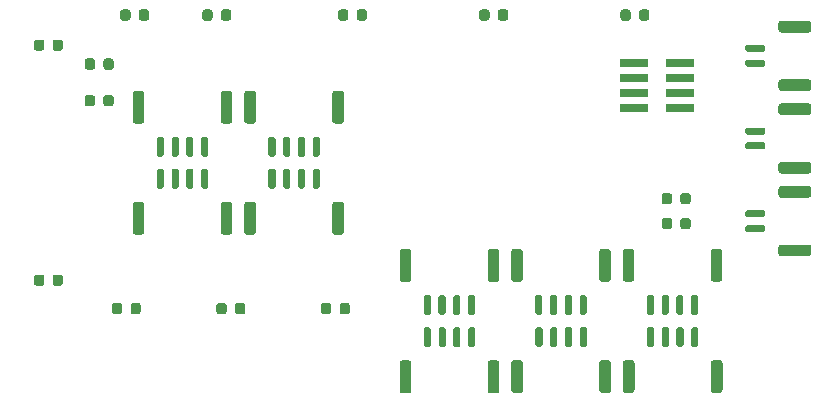
<source format=gbp>
%TF.GenerationSoftware,KiCad,Pcbnew,5.1.12-84ad8e8a86~92~ubuntu20.04.1*%
%TF.CreationDate,2021-12-22T16:18:44+01:00*%
%TF.ProjectId,uHoubolt_PCB_ECU,75486f75-626f-46c7-945f-5043425f4543,rev?*%
%TF.SameCoordinates,PX7270e00PY4c4b400*%
%TF.FileFunction,Paste,Bot*%
%TF.FilePolarity,Positive*%
%FSLAX46Y46*%
G04 Gerber Fmt 4.6, Leading zero omitted, Abs format (unit mm)*
G04 Created by KiCad (PCBNEW 5.1.12-84ad8e8a86~92~ubuntu20.04.1) date 2021-12-22 16:18:44*
%MOMM*%
%LPD*%
G01*
G04 APERTURE LIST*
%ADD10R,2.400000X0.740000*%
G04 APERTURE END LIST*
%TO.C,D17*%
G36*
G01*
X9550000Y-11906250D02*
X9550000Y-11393750D01*
G75*
G02*
X9768750Y-11175000I218750J0D01*
G01*
X10206250Y-11175000D01*
G75*
G02*
X10425000Y-11393750I0J-218750D01*
G01*
X10425000Y-11906250D01*
G75*
G02*
X10206250Y-12125000I-218750J0D01*
G01*
X9768750Y-12125000D01*
G75*
G02*
X9550000Y-11906250I0J218750D01*
G01*
G37*
G36*
G01*
X7975000Y-11906250D02*
X7975000Y-11393750D01*
G75*
G02*
X8193750Y-11175000I218750J0D01*
G01*
X8631250Y-11175000D01*
G75*
G02*
X8850000Y-11393750I0J-218750D01*
G01*
X8850000Y-11906250D01*
G75*
G02*
X8631250Y-12125000I-218750J0D01*
G01*
X8193750Y-12125000D01*
G75*
G02*
X7975000Y-11906250I0J218750D01*
G01*
G37*
%TD*%
%TO.C,D3*%
G36*
G01*
X9550000Y-15006250D02*
X9550000Y-14493750D01*
G75*
G02*
X9768750Y-14275000I218750J0D01*
G01*
X10206250Y-14275000D01*
G75*
G02*
X10425000Y-14493750I0J-218750D01*
G01*
X10425000Y-15006250D01*
G75*
G02*
X10206250Y-15225000I-218750J0D01*
G01*
X9768750Y-15225000D01*
G75*
G02*
X9550000Y-15006250I0J218750D01*
G01*
G37*
G36*
G01*
X7975000Y-15006250D02*
X7975000Y-14493750D01*
G75*
G02*
X8193750Y-14275000I218750J0D01*
G01*
X8631250Y-14275000D01*
G75*
G02*
X8850000Y-14493750I0J-218750D01*
G01*
X8850000Y-15006250D01*
G75*
G02*
X8631250Y-15225000I-218750J0D01*
G01*
X8193750Y-15225000D01*
G75*
G02*
X7975000Y-15006250I0J218750D01*
G01*
G37*
%TD*%
%TO.C,D16*%
G36*
G01*
X42950000Y-7756250D02*
X42950000Y-7243750D01*
G75*
G02*
X43168750Y-7025000I218750J0D01*
G01*
X43606250Y-7025000D01*
G75*
G02*
X43825000Y-7243750I0J-218750D01*
G01*
X43825000Y-7756250D01*
G75*
G02*
X43606250Y-7975000I-218750J0D01*
G01*
X43168750Y-7975000D01*
G75*
G02*
X42950000Y-7756250I0J218750D01*
G01*
G37*
G36*
G01*
X41375000Y-7756250D02*
X41375000Y-7243750D01*
G75*
G02*
X41593750Y-7025000I218750J0D01*
G01*
X42031250Y-7025000D01*
G75*
G02*
X42250000Y-7243750I0J-218750D01*
G01*
X42250000Y-7756250D01*
G75*
G02*
X42031250Y-7975000I-218750J0D01*
G01*
X41593750Y-7975000D01*
G75*
G02*
X41375000Y-7756250I0J218750D01*
G01*
G37*
%TD*%
%TO.C,D15*%
G36*
G01*
X31000000Y-7756250D02*
X31000000Y-7243750D01*
G75*
G02*
X31218750Y-7025000I218750J0D01*
G01*
X31656250Y-7025000D01*
G75*
G02*
X31875000Y-7243750I0J-218750D01*
G01*
X31875000Y-7756250D01*
G75*
G02*
X31656250Y-7975000I-218750J0D01*
G01*
X31218750Y-7975000D01*
G75*
G02*
X31000000Y-7756250I0J218750D01*
G01*
G37*
G36*
G01*
X29425000Y-7756250D02*
X29425000Y-7243750D01*
G75*
G02*
X29643750Y-7025000I218750J0D01*
G01*
X30081250Y-7025000D01*
G75*
G02*
X30300000Y-7243750I0J-218750D01*
G01*
X30300000Y-7756250D01*
G75*
G02*
X30081250Y-7975000I-218750J0D01*
G01*
X29643750Y-7975000D01*
G75*
G02*
X29425000Y-7756250I0J218750D01*
G01*
G37*
%TD*%
%TO.C,D14*%
G36*
G01*
X54900000Y-7756250D02*
X54900000Y-7243750D01*
G75*
G02*
X55118750Y-7025000I218750J0D01*
G01*
X55556250Y-7025000D01*
G75*
G02*
X55775000Y-7243750I0J-218750D01*
G01*
X55775000Y-7756250D01*
G75*
G02*
X55556250Y-7975000I-218750J0D01*
G01*
X55118750Y-7975000D01*
G75*
G02*
X54900000Y-7756250I0J218750D01*
G01*
G37*
G36*
G01*
X53325000Y-7756250D02*
X53325000Y-7243750D01*
G75*
G02*
X53543750Y-7025000I218750J0D01*
G01*
X53981250Y-7025000D01*
G75*
G02*
X54200000Y-7243750I0J-218750D01*
G01*
X54200000Y-7756250D01*
G75*
G02*
X53981250Y-7975000I-218750J0D01*
G01*
X53543750Y-7975000D01*
G75*
G02*
X53325000Y-7756250I0J218750D01*
G01*
G37*
%TD*%
%TO.C,J23*%
G36*
G01*
X35625000Y-27550000D02*
X35625000Y-29850000D01*
G75*
G02*
X35375000Y-30100000I-250000J0D01*
G01*
X34875000Y-30100000D01*
G75*
G02*
X34625000Y-29850000I0J250000D01*
G01*
X34625000Y-27550000D01*
G75*
G02*
X34875000Y-27300000I250000J0D01*
G01*
X35375000Y-27300000D01*
G75*
G02*
X35625000Y-27550000I0J-250000D01*
G01*
G37*
G36*
G01*
X43075000Y-27550000D02*
X43075000Y-29850000D01*
G75*
G02*
X42825000Y-30100000I-250000J0D01*
G01*
X42325000Y-30100000D01*
G75*
G02*
X42075000Y-29850000I0J250000D01*
G01*
X42075000Y-27550000D01*
G75*
G02*
X42325000Y-27300000I250000J0D01*
G01*
X42825000Y-27300000D01*
G75*
G02*
X43075000Y-27550000I0J-250000D01*
G01*
G37*
G36*
G01*
X37275000Y-31350000D02*
X37275000Y-32750000D01*
G75*
G02*
X37125000Y-32900000I-150000J0D01*
G01*
X36825000Y-32900000D01*
G75*
G02*
X36675000Y-32750000I0J150000D01*
G01*
X36675000Y-31350000D01*
G75*
G02*
X36825000Y-31200000I150000J0D01*
G01*
X37125000Y-31200000D01*
G75*
G02*
X37275000Y-31350000I0J-150000D01*
G01*
G37*
G36*
G01*
X38525000Y-31350000D02*
X38525000Y-32750000D01*
G75*
G02*
X38375000Y-32900000I-150000J0D01*
G01*
X38075000Y-32900000D01*
G75*
G02*
X37925000Y-32750000I0J150000D01*
G01*
X37925000Y-31350000D01*
G75*
G02*
X38075000Y-31200000I150000J0D01*
G01*
X38375000Y-31200000D01*
G75*
G02*
X38525000Y-31350000I0J-150000D01*
G01*
G37*
G36*
G01*
X39775000Y-31350000D02*
X39775000Y-32750000D01*
G75*
G02*
X39625000Y-32900000I-150000J0D01*
G01*
X39325000Y-32900000D01*
G75*
G02*
X39175000Y-32750000I0J150000D01*
G01*
X39175000Y-31350000D01*
G75*
G02*
X39325000Y-31200000I150000J0D01*
G01*
X39625000Y-31200000D01*
G75*
G02*
X39775000Y-31350000I0J-150000D01*
G01*
G37*
G36*
G01*
X41025000Y-31350000D02*
X41025000Y-32750000D01*
G75*
G02*
X40875000Y-32900000I-150000J0D01*
G01*
X40575000Y-32900000D01*
G75*
G02*
X40425000Y-32750000I0J150000D01*
G01*
X40425000Y-31350000D01*
G75*
G02*
X40575000Y-31200000I150000J0D01*
G01*
X40875000Y-31200000D01*
G75*
G02*
X41025000Y-31350000I0J-150000D01*
G01*
G37*
%TD*%
%TO.C,J38*%
G36*
G01*
X19475000Y-25850000D02*
X19475000Y-23550000D01*
G75*
G02*
X19725000Y-23300000I250000J0D01*
G01*
X20225000Y-23300000D01*
G75*
G02*
X20475000Y-23550000I0J-250000D01*
G01*
X20475000Y-25850000D01*
G75*
G02*
X20225000Y-26100000I-250000J0D01*
G01*
X19725000Y-26100000D01*
G75*
G02*
X19475000Y-25850000I0J250000D01*
G01*
G37*
G36*
G01*
X12025000Y-25850000D02*
X12025000Y-23550000D01*
G75*
G02*
X12275000Y-23300000I250000J0D01*
G01*
X12775000Y-23300000D01*
G75*
G02*
X13025000Y-23550000I0J-250000D01*
G01*
X13025000Y-25850000D01*
G75*
G02*
X12775000Y-26100000I-250000J0D01*
G01*
X12275000Y-26100000D01*
G75*
G02*
X12025000Y-25850000I0J250000D01*
G01*
G37*
G36*
G01*
X17825000Y-22050000D02*
X17825000Y-20650000D01*
G75*
G02*
X17975000Y-20500000I150000J0D01*
G01*
X18275000Y-20500000D01*
G75*
G02*
X18425000Y-20650000I0J-150000D01*
G01*
X18425000Y-22050000D01*
G75*
G02*
X18275000Y-22200000I-150000J0D01*
G01*
X17975000Y-22200000D01*
G75*
G02*
X17825000Y-22050000I0J150000D01*
G01*
G37*
G36*
G01*
X16575000Y-22050000D02*
X16575000Y-20650000D01*
G75*
G02*
X16725000Y-20500000I150000J0D01*
G01*
X17025000Y-20500000D01*
G75*
G02*
X17175000Y-20650000I0J-150000D01*
G01*
X17175000Y-22050000D01*
G75*
G02*
X17025000Y-22200000I-150000J0D01*
G01*
X16725000Y-22200000D01*
G75*
G02*
X16575000Y-22050000I0J150000D01*
G01*
G37*
G36*
G01*
X15325000Y-22050000D02*
X15325000Y-20650000D01*
G75*
G02*
X15475000Y-20500000I150000J0D01*
G01*
X15775000Y-20500000D01*
G75*
G02*
X15925000Y-20650000I0J-150000D01*
G01*
X15925000Y-22050000D01*
G75*
G02*
X15775000Y-22200000I-150000J0D01*
G01*
X15475000Y-22200000D01*
G75*
G02*
X15325000Y-22050000I0J150000D01*
G01*
G37*
G36*
G01*
X14075000Y-22050000D02*
X14075000Y-20650000D01*
G75*
G02*
X14225000Y-20500000I150000J0D01*
G01*
X14525000Y-20500000D01*
G75*
G02*
X14675000Y-20650000I0J-150000D01*
G01*
X14675000Y-22050000D01*
G75*
G02*
X14525000Y-22200000I-150000J0D01*
G01*
X14225000Y-22200000D01*
G75*
G02*
X14075000Y-22050000I0J150000D01*
G01*
G37*
%TD*%
%TO.C,J37*%
G36*
G01*
X28925000Y-25850000D02*
X28925000Y-23550000D01*
G75*
G02*
X29175000Y-23300000I250000J0D01*
G01*
X29675000Y-23300000D01*
G75*
G02*
X29925000Y-23550000I0J-250000D01*
G01*
X29925000Y-25850000D01*
G75*
G02*
X29675000Y-26100000I-250000J0D01*
G01*
X29175000Y-26100000D01*
G75*
G02*
X28925000Y-25850000I0J250000D01*
G01*
G37*
G36*
G01*
X21475000Y-25850000D02*
X21475000Y-23550000D01*
G75*
G02*
X21725000Y-23300000I250000J0D01*
G01*
X22225000Y-23300000D01*
G75*
G02*
X22475000Y-23550000I0J-250000D01*
G01*
X22475000Y-25850000D01*
G75*
G02*
X22225000Y-26100000I-250000J0D01*
G01*
X21725000Y-26100000D01*
G75*
G02*
X21475000Y-25850000I0J250000D01*
G01*
G37*
G36*
G01*
X27275000Y-22050000D02*
X27275000Y-20650000D01*
G75*
G02*
X27425000Y-20500000I150000J0D01*
G01*
X27725000Y-20500000D01*
G75*
G02*
X27875000Y-20650000I0J-150000D01*
G01*
X27875000Y-22050000D01*
G75*
G02*
X27725000Y-22200000I-150000J0D01*
G01*
X27425000Y-22200000D01*
G75*
G02*
X27275000Y-22050000I0J150000D01*
G01*
G37*
G36*
G01*
X26025000Y-22050000D02*
X26025000Y-20650000D01*
G75*
G02*
X26175000Y-20500000I150000J0D01*
G01*
X26475000Y-20500000D01*
G75*
G02*
X26625000Y-20650000I0J-150000D01*
G01*
X26625000Y-22050000D01*
G75*
G02*
X26475000Y-22200000I-150000J0D01*
G01*
X26175000Y-22200000D01*
G75*
G02*
X26025000Y-22050000I0J150000D01*
G01*
G37*
G36*
G01*
X24775000Y-22050000D02*
X24775000Y-20650000D01*
G75*
G02*
X24925000Y-20500000I150000J0D01*
G01*
X25225000Y-20500000D01*
G75*
G02*
X25375000Y-20650000I0J-150000D01*
G01*
X25375000Y-22050000D01*
G75*
G02*
X25225000Y-22200000I-150000J0D01*
G01*
X24925000Y-22200000D01*
G75*
G02*
X24775000Y-22050000I0J150000D01*
G01*
G37*
G36*
G01*
X23525000Y-22050000D02*
X23525000Y-20650000D01*
G75*
G02*
X23675000Y-20500000I150000J0D01*
G01*
X23975000Y-20500000D01*
G75*
G02*
X24125000Y-20650000I0J-150000D01*
G01*
X24125000Y-22050000D01*
G75*
G02*
X23975000Y-22200000I-150000J0D01*
G01*
X23675000Y-22200000D01*
G75*
G02*
X23525000Y-22050000I0J150000D01*
G01*
G37*
%TD*%
%TO.C,J36*%
G36*
G01*
X13025000Y-14150000D02*
X13025000Y-16450000D01*
G75*
G02*
X12775000Y-16700000I-250000J0D01*
G01*
X12275000Y-16700000D01*
G75*
G02*
X12025000Y-16450000I0J250000D01*
G01*
X12025000Y-14150000D01*
G75*
G02*
X12275000Y-13900000I250000J0D01*
G01*
X12775000Y-13900000D01*
G75*
G02*
X13025000Y-14150000I0J-250000D01*
G01*
G37*
G36*
G01*
X20475000Y-14150000D02*
X20475000Y-16450000D01*
G75*
G02*
X20225000Y-16700000I-250000J0D01*
G01*
X19725000Y-16700000D01*
G75*
G02*
X19475000Y-16450000I0J250000D01*
G01*
X19475000Y-14150000D01*
G75*
G02*
X19725000Y-13900000I250000J0D01*
G01*
X20225000Y-13900000D01*
G75*
G02*
X20475000Y-14150000I0J-250000D01*
G01*
G37*
G36*
G01*
X14675000Y-17950000D02*
X14675000Y-19350000D01*
G75*
G02*
X14525000Y-19500000I-150000J0D01*
G01*
X14225000Y-19500000D01*
G75*
G02*
X14075000Y-19350000I0J150000D01*
G01*
X14075000Y-17950000D01*
G75*
G02*
X14225000Y-17800000I150000J0D01*
G01*
X14525000Y-17800000D01*
G75*
G02*
X14675000Y-17950000I0J-150000D01*
G01*
G37*
G36*
G01*
X15925000Y-17950000D02*
X15925000Y-19350000D01*
G75*
G02*
X15775000Y-19500000I-150000J0D01*
G01*
X15475000Y-19500000D01*
G75*
G02*
X15325000Y-19350000I0J150000D01*
G01*
X15325000Y-17950000D01*
G75*
G02*
X15475000Y-17800000I150000J0D01*
G01*
X15775000Y-17800000D01*
G75*
G02*
X15925000Y-17950000I0J-150000D01*
G01*
G37*
G36*
G01*
X17175000Y-17950000D02*
X17175000Y-19350000D01*
G75*
G02*
X17025000Y-19500000I-150000J0D01*
G01*
X16725000Y-19500000D01*
G75*
G02*
X16575000Y-19350000I0J150000D01*
G01*
X16575000Y-17950000D01*
G75*
G02*
X16725000Y-17800000I150000J0D01*
G01*
X17025000Y-17800000D01*
G75*
G02*
X17175000Y-17950000I0J-150000D01*
G01*
G37*
G36*
G01*
X18425000Y-17950000D02*
X18425000Y-19350000D01*
G75*
G02*
X18275000Y-19500000I-150000J0D01*
G01*
X17975000Y-19500000D01*
G75*
G02*
X17825000Y-19350000I0J150000D01*
G01*
X17825000Y-17950000D01*
G75*
G02*
X17975000Y-17800000I150000J0D01*
G01*
X18275000Y-17800000D01*
G75*
G02*
X18425000Y-17950000I0J-150000D01*
G01*
G37*
%TD*%
%TO.C,J35*%
G36*
G01*
X22475000Y-14150000D02*
X22475000Y-16450000D01*
G75*
G02*
X22225000Y-16700000I-250000J0D01*
G01*
X21725000Y-16700000D01*
G75*
G02*
X21475000Y-16450000I0J250000D01*
G01*
X21475000Y-14150000D01*
G75*
G02*
X21725000Y-13900000I250000J0D01*
G01*
X22225000Y-13900000D01*
G75*
G02*
X22475000Y-14150000I0J-250000D01*
G01*
G37*
G36*
G01*
X29925000Y-14150000D02*
X29925000Y-16450000D01*
G75*
G02*
X29675000Y-16700000I-250000J0D01*
G01*
X29175000Y-16700000D01*
G75*
G02*
X28925000Y-16450000I0J250000D01*
G01*
X28925000Y-14150000D01*
G75*
G02*
X29175000Y-13900000I250000J0D01*
G01*
X29675000Y-13900000D01*
G75*
G02*
X29925000Y-14150000I0J-250000D01*
G01*
G37*
G36*
G01*
X24125000Y-17950000D02*
X24125000Y-19350000D01*
G75*
G02*
X23975000Y-19500000I-150000J0D01*
G01*
X23675000Y-19500000D01*
G75*
G02*
X23525000Y-19350000I0J150000D01*
G01*
X23525000Y-17950000D01*
G75*
G02*
X23675000Y-17800000I150000J0D01*
G01*
X23975000Y-17800000D01*
G75*
G02*
X24125000Y-17950000I0J-150000D01*
G01*
G37*
G36*
G01*
X25375000Y-17950000D02*
X25375000Y-19350000D01*
G75*
G02*
X25225000Y-19500000I-150000J0D01*
G01*
X24925000Y-19500000D01*
G75*
G02*
X24775000Y-19350000I0J150000D01*
G01*
X24775000Y-17950000D01*
G75*
G02*
X24925000Y-17800000I150000J0D01*
G01*
X25225000Y-17800000D01*
G75*
G02*
X25375000Y-17950000I0J-150000D01*
G01*
G37*
G36*
G01*
X26625000Y-17950000D02*
X26625000Y-19350000D01*
G75*
G02*
X26475000Y-19500000I-150000J0D01*
G01*
X26175000Y-19500000D01*
G75*
G02*
X26025000Y-19350000I0J150000D01*
G01*
X26025000Y-17950000D01*
G75*
G02*
X26175000Y-17800000I150000J0D01*
G01*
X26475000Y-17800000D01*
G75*
G02*
X26625000Y-17950000I0J-150000D01*
G01*
G37*
G36*
G01*
X27875000Y-17950000D02*
X27875000Y-19350000D01*
G75*
G02*
X27725000Y-19500000I-150000J0D01*
G01*
X27425000Y-19500000D01*
G75*
G02*
X27275000Y-19350000I0J150000D01*
G01*
X27275000Y-17950000D01*
G75*
G02*
X27425000Y-17800000I150000J0D01*
G01*
X27725000Y-17800000D01*
G75*
G02*
X27875000Y-17950000I0J-150000D01*
G01*
G37*
%TD*%
%TO.C,J17*%
G36*
G01*
X69250000Y-8975000D02*
X66950000Y-8975000D01*
G75*
G02*
X66700000Y-8725000I0J250000D01*
G01*
X66700000Y-8225000D01*
G75*
G02*
X66950000Y-7975000I250000J0D01*
G01*
X69250000Y-7975000D01*
G75*
G02*
X69500000Y-8225000I0J-250000D01*
G01*
X69500000Y-8725000D01*
G75*
G02*
X69250000Y-8975000I-250000J0D01*
G01*
G37*
G36*
G01*
X69250000Y-13925000D02*
X66950000Y-13925000D01*
G75*
G02*
X66700000Y-13675000I0J250000D01*
G01*
X66700000Y-13175000D01*
G75*
G02*
X66950000Y-12925000I250000J0D01*
G01*
X69250000Y-12925000D01*
G75*
G02*
X69500000Y-13175000I0J-250000D01*
G01*
X69500000Y-13675000D01*
G75*
G02*
X69250000Y-13925000I-250000J0D01*
G01*
G37*
G36*
G01*
X65450000Y-10625000D02*
X64050000Y-10625000D01*
G75*
G02*
X63900000Y-10475000I0J150000D01*
G01*
X63900000Y-10175000D01*
G75*
G02*
X64050000Y-10025000I150000J0D01*
G01*
X65450000Y-10025000D01*
G75*
G02*
X65600000Y-10175000I0J-150000D01*
G01*
X65600000Y-10475000D01*
G75*
G02*
X65450000Y-10625000I-150000J0D01*
G01*
G37*
G36*
G01*
X65450000Y-11875000D02*
X64050000Y-11875000D01*
G75*
G02*
X63900000Y-11725000I0J150000D01*
G01*
X63900000Y-11425000D01*
G75*
G02*
X64050000Y-11275000I150000J0D01*
G01*
X65450000Y-11275000D01*
G75*
G02*
X65600000Y-11425000I0J-150000D01*
G01*
X65600000Y-11725000D01*
G75*
G02*
X65450000Y-11875000I-150000J0D01*
G01*
G37*
%TD*%
%TO.C,J16*%
G36*
G01*
X69250000Y-22975000D02*
X66950000Y-22975000D01*
G75*
G02*
X66700000Y-22725000I0J250000D01*
G01*
X66700000Y-22225000D01*
G75*
G02*
X66950000Y-21975000I250000J0D01*
G01*
X69250000Y-21975000D01*
G75*
G02*
X69500000Y-22225000I0J-250000D01*
G01*
X69500000Y-22725000D01*
G75*
G02*
X69250000Y-22975000I-250000J0D01*
G01*
G37*
G36*
G01*
X69250000Y-27925000D02*
X66950000Y-27925000D01*
G75*
G02*
X66700000Y-27675000I0J250000D01*
G01*
X66700000Y-27175000D01*
G75*
G02*
X66950000Y-26925000I250000J0D01*
G01*
X69250000Y-26925000D01*
G75*
G02*
X69500000Y-27175000I0J-250000D01*
G01*
X69500000Y-27675000D01*
G75*
G02*
X69250000Y-27925000I-250000J0D01*
G01*
G37*
G36*
G01*
X65450000Y-24625000D02*
X64050000Y-24625000D01*
G75*
G02*
X63900000Y-24475000I0J150000D01*
G01*
X63900000Y-24175000D01*
G75*
G02*
X64050000Y-24025000I150000J0D01*
G01*
X65450000Y-24025000D01*
G75*
G02*
X65600000Y-24175000I0J-150000D01*
G01*
X65600000Y-24475000D01*
G75*
G02*
X65450000Y-24625000I-150000J0D01*
G01*
G37*
G36*
G01*
X65450000Y-25875000D02*
X64050000Y-25875000D01*
G75*
G02*
X63900000Y-25725000I0J150000D01*
G01*
X63900000Y-25425000D01*
G75*
G02*
X64050000Y-25275000I150000J0D01*
G01*
X65450000Y-25275000D01*
G75*
G02*
X65600000Y-25425000I0J-150000D01*
G01*
X65600000Y-25725000D01*
G75*
G02*
X65450000Y-25875000I-150000J0D01*
G01*
G37*
%TD*%
%TO.C,J15*%
G36*
G01*
X45065000Y-27540000D02*
X45065000Y-29840000D01*
G75*
G02*
X44815000Y-30090000I-250000J0D01*
G01*
X44315000Y-30090000D01*
G75*
G02*
X44065000Y-29840000I0J250000D01*
G01*
X44065000Y-27540000D01*
G75*
G02*
X44315000Y-27290000I250000J0D01*
G01*
X44815000Y-27290000D01*
G75*
G02*
X45065000Y-27540000I0J-250000D01*
G01*
G37*
G36*
G01*
X52515000Y-27540000D02*
X52515000Y-29840000D01*
G75*
G02*
X52265000Y-30090000I-250000J0D01*
G01*
X51765000Y-30090000D01*
G75*
G02*
X51515000Y-29840000I0J250000D01*
G01*
X51515000Y-27540000D01*
G75*
G02*
X51765000Y-27290000I250000J0D01*
G01*
X52265000Y-27290000D01*
G75*
G02*
X52515000Y-27540000I0J-250000D01*
G01*
G37*
G36*
G01*
X46715000Y-31340000D02*
X46715000Y-32740000D01*
G75*
G02*
X46565000Y-32890000I-150000J0D01*
G01*
X46265000Y-32890000D01*
G75*
G02*
X46115000Y-32740000I0J150000D01*
G01*
X46115000Y-31340000D01*
G75*
G02*
X46265000Y-31190000I150000J0D01*
G01*
X46565000Y-31190000D01*
G75*
G02*
X46715000Y-31340000I0J-150000D01*
G01*
G37*
G36*
G01*
X47965000Y-31340000D02*
X47965000Y-32740000D01*
G75*
G02*
X47815000Y-32890000I-150000J0D01*
G01*
X47515000Y-32890000D01*
G75*
G02*
X47365000Y-32740000I0J150000D01*
G01*
X47365000Y-31340000D01*
G75*
G02*
X47515000Y-31190000I150000J0D01*
G01*
X47815000Y-31190000D01*
G75*
G02*
X47965000Y-31340000I0J-150000D01*
G01*
G37*
G36*
G01*
X49215000Y-31340000D02*
X49215000Y-32740000D01*
G75*
G02*
X49065000Y-32890000I-150000J0D01*
G01*
X48765000Y-32890000D01*
G75*
G02*
X48615000Y-32740000I0J150000D01*
G01*
X48615000Y-31340000D01*
G75*
G02*
X48765000Y-31190000I150000J0D01*
G01*
X49065000Y-31190000D01*
G75*
G02*
X49215000Y-31340000I0J-150000D01*
G01*
G37*
G36*
G01*
X50465000Y-31340000D02*
X50465000Y-32740000D01*
G75*
G02*
X50315000Y-32890000I-150000J0D01*
G01*
X50015000Y-32890000D01*
G75*
G02*
X49865000Y-32740000I0J150000D01*
G01*
X49865000Y-31340000D01*
G75*
G02*
X50015000Y-31190000I150000J0D01*
G01*
X50315000Y-31190000D01*
G75*
G02*
X50465000Y-31340000I0J-150000D01*
G01*
G37*
%TD*%
%TO.C,J14*%
G36*
G01*
X60975000Y-39260000D02*
X60975000Y-36960000D01*
G75*
G02*
X61225000Y-36710000I250000J0D01*
G01*
X61725000Y-36710000D01*
G75*
G02*
X61975000Y-36960000I0J-250000D01*
G01*
X61975000Y-39260000D01*
G75*
G02*
X61725000Y-39510000I-250000J0D01*
G01*
X61225000Y-39510000D01*
G75*
G02*
X60975000Y-39260000I0J250000D01*
G01*
G37*
G36*
G01*
X53525000Y-39260000D02*
X53525000Y-36960000D01*
G75*
G02*
X53775000Y-36710000I250000J0D01*
G01*
X54275000Y-36710000D01*
G75*
G02*
X54525000Y-36960000I0J-250000D01*
G01*
X54525000Y-39260000D01*
G75*
G02*
X54275000Y-39510000I-250000J0D01*
G01*
X53775000Y-39510000D01*
G75*
G02*
X53525000Y-39260000I0J250000D01*
G01*
G37*
G36*
G01*
X59325000Y-35460000D02*
X59325000Y-34060000D01*
G75*
G02*
X59475000Y-33910000I150000J0D01*
G01*
X59775000Y-33910000D01*
G75*
G02*
X59925000Y-34060000I0J-150000D01*
G01*
X59925000Y-35460000D01*
G75*
G02*
X59775000Y-35610000I-150000J0D01*
G01*
X59475000Y-35610000D01*
G75*
G02*
X59325000Y-35460000I0J150000D01*
G01*
G37*
G36*
G01*
X58075000Y-35460000D02*
X58075000Y-34060000D01*
G75*
G02*
X58225000Y-33910000I150000J0D01*
G01*
X58525000Y-33910000D01*
G75*
G02*
X58675000Y-34060000I0J-150000D01*
G01*
X58675000Y-35460000D01*
G75*
G02*
X58525000Y-35610000I-150000J0D01*
G01*
X58225000Y-35610000D01*
G75*
G02*
X58075000Y-35460000I0J150000D01*
G01*
G37*
G36*
G01*
X56825000Y-35460000D02*
X56825000Y-34060000D01*
G75*
G02*
X56975000Y-33910000I150000J0D01*
G01*
X57275000Y-33910000D01*
G75*
G02*
X57425000Y-34060000I0J-150000D01*
G01*
X57425000Y-35460000D01*
G75*
G02*
X57275000Y-35610000I-150000J0D01*
G01*
X56975000Y-35610000D01*
G75*
G02*
X56825000Y-35460000I0J150000D01*
G01*
G37*
G36*
G01*
X55575000Y-35460000D02*
X55575000Y-34060000D01*
G75*
G02*
X55725000Y-33910000I150000J0D01*
G01*
X56025000Y-33910000D01*
G75*
G02*
X56175000Y-34060000I0J-150000D01*
G01*
X56175000Y-35460000D01*
G75*
G02*
X56025000Y-35610000I-150000J0D01*
G01*
X55725000Y-35610000D01*
G75*
G02*
X55575000Y-35460000I0J150000D01*
G01*
G37*
%TD*%
%TO.C,J13*%
G36*
G01*
X51535000Y-39260000D02*
X51535000Y-36960000D01*
G75*
G02*
X51785000Y-36710000I250000J0D01*
G01*
X52285000Y-36710000D01*
G75*
G02*
X52535000Y-36960000I0J-250000D01*
G01*
X52535000Y-39260000D01*
G75*
G02*
X52285000Y-39510000I-250000J0D01*
G01*
X51785000Y-39510000D01*
G75*
G02*
X51535000Y-39260000I0J250000D01*
G01*
G37*
G36*
G01*
X44085000Y-39260000D02*
X44085000Y-36960000D01*
G75*
G02*
X44335000Y-36710000I250000J0D01*
G01*
X44835000Y-36710000D01*
G75*
G02*
X45085000Y-36960000I0J-250000D01*
G01*
X45085000Y-39260000D01*
G75*
G02*
X44835000Y-39510000I-250000J0D01*
G01*
X44335000Y-39510000D01*
G75*
G02*
X44085000Y-39260000I0J250000D01*
G01*
G37*
G36*
G01*
X49885000Y-35460000D02*
X49885000Y-34060000D01*
G75*
G02*
X50035000Y-33910000I150000J0D01*
G01*
X50335000Y-33910000D01*
G75*
G02*
X50485000Y-34060000I0J-150000D01*
G01*
X50485000Y-35460000D01*
G75*
G02*
X50335000Y-35610000I-150000J0D01*
G01*
X50035000Y-35610000D01*
G75*
G02*
X49885000Y-35460000I0J150000D01*
G01*
G37*
G36*
G01*
X48635000Y-35460000D02*
X48635000Y-34060000D01*
G75*
G02*
X48785000Y-33910000I150000J0D01*
G01*
X49085000Y-33910000D01*
G75*
G02*
X49235000Y-34060000I0J-150000D01*
G01*
X49235000Y-35460000D01*
G75*
G02*
X49085000Y-35610000I-150000J0D01*
G01*
X48785000Y-35610000D01*
G75*
G02*
X48635000Y-35460000I0J150000D01*
G01*
G37*
G36*
G01*
X47385000Y-35460000D02*
X47385000Y-34060000D01*
G75*
G02*
X47535000Y-33910000I150000J0D01*
G01*
X47835000Y-33910000D01*
G75*
G02*
X47985000Y-34060000I0J-150000D01*
G01*
X47985000Y-35460000D01*
G75*
G02*
X47835000Y-35610000I-150000J0D01*
G01*
X47535000Y-35610000D01*
G75*
G02*
X47385000Y-35460000I0J150000D01*
G01*
G37*
G36*
G01*
X46135000Y-35460000D02*
X46135000Y-34060000D01*
G75*
G02*
X46285000Y-33910000I150000J0D01*
G01*
X46585000Y-33910000D01*
G75*
G02*
X46735000Y-34060000I0J-150000D01*
G01*
X46735000Y-35460000D01*
G75*
G02*
X46585000Y-35610000I-150000J0D01*
G01*
X46285000Y-35610000D01*
G75*
G02*
X46135000Y-35460000I0J150000D01*
G01*
G37*
%TD*%
%TO.C,J12*%
G36*
G01*
X42085000Y-39280000D02*
X42085000Y-36980000D01*
G75*
G02*
X42335000Y-36730000I250000J0D01*
G01*
X42835000Y-36730000D01*
G75*
G02*
X43085000Y-36980000I0J-250000D01*
G01*
X43085000Y-39280000D01*
G75*
G02*
X42835000Y-39530000I-250000J0D01*
G01*
X42335000Y-39530000D01*
G75*
G02*
X42085000Y-39280000I0J250000D01*
G01*
G37*
G36*
G01*
X34635000Y-39280000D02*
X34635000Y-36980000D01*
G75*
G02*
X34885000Y-36730000I250000J0D01*
G01*
X35385000Y-36730000D01*
G75*
G02*
X35635000Y-36980000I0J-250000D01*
G01*
X35635000Y-39280000D01*
G75*
G02*
X35385000Y-39530000I-250000J0D01*
G01*
X34885000Y-39530000D01*
G75*
G02*
X34635000Y-39280000I0J250000D01*
G01*
G37*
G36*
G01*
X40435000Y-35480000D02*
X40435000Y-34080000D01*
G75*
G02*
X40585000Y-33930000I150000J0D01*
G01*
X40885000Y-33930000D01*
G75*
G02*
X41035000Y-34080000I0J-150000D01*
G01*
X41035000Y-35480000D01*
G75*
G02*
X40885000Y-35630000I-150000J0D01*
G01*
X40585000Y-35630000D01*
G75*
G02*
X40435000Y-35480000I0J150000D01*
G01*
G37*
G36*
G01*
X39185000Y-35480000D02*
X39185000Y-34080000D01*
G75*
G02*
X39335000Y-33930000I150000J0D01*
G01*
X39635000Y-33930000D01*
G75*
G02*
X39785000Y-34080000I0J-150000D01*
G01*
X39785000Y-35480000D01*
G75*
G02*
X39635000Y-35630000I-150000J0D01*
G01*
X39335000Y-35630000D01*
G75*
G02*
X39185000Y-35480000I0J150000D01*
G01*
G37*
G36*
G01*
X37935000Y-35480000D02*
X37935000Y-34080000D01*
G75*
G02*
X38085000Y-33930000I150000J0D01*
G01*
X38385000Y-33930000D01*
G75*
G02*
X38535000Y-34080000I0J-150000D01*
G01*
X38535000Y-35480000D01*
G75*
G02*
X38385000Y-35630000I-150000J0D01*
G01*
X38085000Y-35630000D01*
G75*
G02*
X37935000Y-35480000I0J150000D01*
G01*
G37*
G36*
G01*
X36685000Y-35480000D02*
X36685000Y-34080000D01*
G75*
G02*
X36835000Y-33930000I150000J0D01*
G01*
X37135000Y-33930000D01*
G75*
G02*
X37285000Y-34080000I0J-150000D01*
G01*
X37285000Y-35480000D01*
G75*
G02*
X37135000Y-35630000I-150000J0D01*
G01*
X36835000Y-35630000D01*
G75*
G02*
X36685000Y-35480000I0J150000D01*
G01*
G37*
%TD*%
%TO.C,J8*%
G36*
G01*
X69250000Y-15975000D02*
X66950000Y-15975000D01*
G75*
G02*
X66700000Y-15725000I0J250000D01*
G01*
X66700000Y-15225000D01*
G75*
G02*
X66950000Y-14975000I250000J0D01*
G01*
X69250000Y-14975000D01*
G75*
G02*
X69500000Y-15225000I0J-250000D01*
G01*
X69500000Y-15725000D01*
G75*
G02*
X69250000Y-15975000I-250000J0D01*
G01*
G37*
G36*
G01*
X69250000Y-20925000D02*
X66950000Y-20925000D01*
G75*
G02*
X66700000Y-20675000I0J250000D01*
G01*
X66700000Y-20175000D01*
G75*
G02*
X66950000Y-19925000I250000J0D01*
G01*
X69250000Y-19925000D01*
G75*
G02*
X69500000Y-20175000I0J-250000D01*
G01*
X69500000Y-20675000D01*
G75*
G02*
X69250000Y-20925000I-250000J0D01*
G01*
G37*
G36*
G01*
X65450000Y-17625000D02*
X64050000Y-17625000D01*
G75*
G02*
X63900000Y-17475000I0J150000D01*
G01*
X63900000Y-17175000D01*
G75*
G02*
X64050000Y-17025000I150000J0D01*
G01*
X65450000Y-17025000D01*
G75*
G02*
X65600000Y-17175000I0J-150000D01*
G01*
X65600000Y-17475000D01*
G75*
G02*
X65450000Y-17625000I-150000J0D01*
G01*
G37*
G36*
G01*
X65450000Y-18875000D02*
X64050000Y-18875000D01*
G75*
G02*
X63900000Y-18725000I0J150000D01*
G01*
X63900000Y-18425000D01*
G75*
G02*
X64050000Y-18275000I150000J0D01*
G01*
X65450000Y-18275000D01*
G75*
G02*
X65600000Y-18425000I0J-150000D01*
G01*
X65600000Y-18725000D01*
G75*
G02*
X65450000Y-18875000I-150000J0D01*
G01*
G37*
%TD*%
%TO.C,J7*%
G36*
G01*
X54515000Y-27540000D02*
X54515000Y-29840000D01*
G75*
G02*
X54265000Y-30090000I-250000J0D01*
G01*
X53765000Y-30090000D01*
G75*
G02*
X53515000Y-29840000I0J250000D01*
G01*
X53515000Y-27540000D01*
G75*
G02*
X53765000Y-27290000I250000J0D01*
G01*
X54265000Y-27290000D01*
G75*
G02*
X54515000Y-27540000I0J-250000D01*
G01*
G37*
G36*
G01*
X61965000Y-27540000D02*
X61965000Y-29840000D01*
G75*
G02*
X61715000Y-30090000I-250000J0D01*
G01*
X61215000Y-30090000D01*
G75*
G02*
X60965000Y-29840000I0J250000D01*
G01*
X60965000Y-27540000D01*
G75*
G02*
X61215000Y-27290000I250000J0D01*
G01*
X61715000Y-27290000D01*
G75*
G02*
X61965000Y-27540000I0J-250000D01*
G01*
G37*
G36*
G01*
X56165000Y-31340000D02*
X56165000Y-32740000D01*
G75*
G02*
X56015000Y-32890000I-150000J0D01*
G01*
X55715000Y-32890000D01*
G75*
G02*
X55565000Y-32740000I0J150000D01*
G01*
X55565000Y-31340000D01*
G75*
G02*
X55715000Y-31190000I150000J0D01*
G01*
X56015000Y-31190000D01*
G75*
G02*
X56165000Y-31340000I0J-150000D01*
G01*
G37*
G36*
G01*
X57415000Y-31340000D02*
X57415000Y-32740000D01*
G75*
G02*
X57265000Y-32890000I-150000J0D01*
G01*
X56965000Y-32890000D01*
G75*
G02*
X56815000Y-32740000I0J150000D01*
G01*
X56815000Y-31340000D01*
G75*
G02*
X56965000Y-31190000I150000J0D01*
G01*
X57265000Y-31190000D01*
G75*
G02*
X57415000Y-31340000I0J-150000D01*
G01*
G37*
G36*
G01*
X58665000Y-31340000D02*
X58665000Y-32740000D01*
G75*
G02*
X58515000Y-32890000I-150000J0D01*
G01*
X58215000Y-32890000D01*
G75*
G02*
X58065000Y-32740000I0J150000D01*
G01*
X58065000Y-31340000D01*
G75*
G02*
X58215000Y-31190000I150000J0D01*
G01*
X58515000Y-31190000D01*
G75*
G02*
X58665000Y-31340000I0J-150000D01*
G01*
G37*
G36*
G01*
X59915000Y-31340000D02*
X59915000Y-32740000D01*
G75*
G02*
X59765000Y-32890000I-150000J0D01*
G01*
X59465000Y-32890000D01*
G75*
G02*
X59315000Y-32740000I0J150000D01*
G01*
X59315000Y-31340000D01*
G75*
G02*
X59465000Y-31190000I150000J0D01*
G01*
X59765000Y-31190000D01*
G75*
G02*
X59915000Y-31340000I0J-150000D01*
G01*
G37*
%TD*%
%TO.C,D12*%
G36*
G01*
X11850000Y-32606250D02*
X11850000Y-32093750D01*
G75*
G02*
X12068750Y-31875000I218750J0D01*
G01*
X12506250Y-31875000D01*
G75*
G02*
X12725000Y-32093750I0J-218750D01*
G01*
X12725000Y-32606250D01*
G75*
G02*
X12506250Y-32825000I-218750J0D01*
G01*
X12068750Y-32825000D01*
G75*
G02*
X11850000Y-32606250I0J218750D01*
G01*
G37*
G36*
G01*
X10275000Y-32606250D02*
X10275000Y-32093750D01*
G75*
G02*
X10493750Y-31875000I218750J0D01*
G01*
X10931250Y-31875000D01*
G75*
G02*
X11150000Y-32093750I0J-218750D01*
G01*
X11150000Y-32606250D01*
G75*
G02*
X10931250Y-32825000I-218750J0D01*
G01*
X10493750Y-32825000D01*
G75*
G02*
X10275000Y-32606250I0J218750D01*
G01*
G37*
%TD*%
%TO.C,D11*%
G36*
G01*
X20700000Y-32606250D02*
X20700000Y-32093750D01*
G75*
G02*
X20918750Y-31875000I218750J0D01*
G01*
X21356250Y-31875000D01*
G75*
G02*
X21575000Y-32093750I0J-218750D01*
G01*
X21575000Y-32606250D01*
G75*
G02*
X21356250Y-32825000I-218750J0D01*
G01*
X20918750Y-32825000D01*
G75*
G02*
X20700000Y-32606250I0J218750D01*
G01*
G37*
G36*
G01*
X19125000Y-32606250D02*
X19125000Y-32093750D01*
G75*
G02*
X19343750Y-31875000I218750J0D01*
G01*
X19781250Y-31875000D01*
G75*
G02*
X20000000Y-32093750I0J-218750D01*
G01*
X20000000Y-32606250D01*
G75*
G02*
X19781250Y-32825000I-218750J0D01*
G01*
X19343750Y-32825000D01*
G75*
G02*
X19125000Y-32606250I0J218750D01*
G01*
G37*
%TD*%
%TO.C,D9*%
G36*
G01*
X19500000Y-7756250D02*
X19500000Y-7243750D01*
G75*
G02*
X19718750Y-7025000I218750J0D01*
G01*
X20156250Y-7025000D01*
G75*
G02*
X20375000Y-7243750I0J-218750D01*
G01*
X20375000Y-7756250D01*
G75*
G02*
X20156250Y-7975000I-218750J0D01*
G01*
X19718750Y-7975000D01*
G75*
G02*
X19500000Y-7756250I0J218750D01*
G01*
G37*
G36*
G01*
X17925000Y-7756250D02*
X17925000Y-7243750D01*
G75*
G02*
X18143750Y-7025000I218750J0D01*
G01*
X18581250Y-7025000D01*
G75*
G02*
X18800000Y-7243750I0J-218750D01*
G01*
X18800000Y-7756250D01*
G75*
G02*
X18581250Y-7975000I-218750J0D01*
G01*
X18143750Y-7975000D01*
G75*
G02*
X17925000Y-7756250I0J218750D01*
G01*
G37*
%TD*%
%TO.C,D8*%
G36*
G01*
X29550000Y-32606250D02*
X29550000Y-32093750D01*
G75*
G02*
X29768750Y-31875000I218750J0D01*
G01*
X30206250Y-31875000D01*
G75*
G02*
X30425000Y-32093750I0J-218750D01*
G01*
X30425000Y-32606250D01*
G75*
G02*
X30206250Y-32825000I-218750J0D01*
G01*
X29768750Y-32825000D01*
G75*
G02*
X29550000Y-32606250I0J218750D01*
G01*
G37*
G36*
G01*
X27975000Y-32606250D02*
X27975000Y-32093750D01*
G75*
G02*
X28193750Y-31875000I218750J0D01*
G01*
X28631250Y-31875000D01*
G75*
G02*
X28850000Y-32093750I0J-218750D01*
G01*
X28850000Y-32606250D01*
G75*
G02*
X28631250Y-32825000I-218750J0D01*
G01*
X28193750Y-32825000D01*
G75*
G02*
X27975000Y-32606250I0J218750D01*
G01*
G37*
%TD*%
%TO.C,D6*%
G36*
G01*
X12550000Y-7756250D02*
X12550000Y-7243750D01*
G75*
G02*
X12768750Y-7025000I218750J0D01*
G01*
X13206250Y-7025000D01*
G75*
G02*
X13425000Y-7243750I0J-218750D01*
G01*
X13425000Y-7756250D01*
G75*
G02*
X13206250Y-7975000I-218750J0D01*
G01*
X12768750Y-7975000D01*
G75*
G02*
X12550000Y-7756250I0J218750D01*
G01*
G37*
G36*
G01*
X10975000Y-7756250D02*
X10975000Y-7243750D01*
G75*
G02*
X11193750Y-7025000I218750J0D01*
G01*
X11631250Y-7025000D01*
G75*
G02*
X11850000Y-7243750I0J-218750D01*
G01*
X11850000Y-7756250D01*
G75*
G02*
X11631250Y-7975000I-218750J0D01*
G01*
X11193750Y-7975000D01*
G75*
G02*
X10975000Y-7756250I0J218750D01*
G01*
G37*
%TD*%
D10*
%TO.C,J2*%
X54450000Y-15405000D03*
X58350000Y-15405000D03*
X54450000Y-14135000D03*
X58350000Y-14135000D03*
X54450000Y-12865000D03*
X58350000Y-12865000D03*
X54450000Y-11595000D03*
X58350000Y-11595000D03*
%TD*%
%TO.C,D5*%
G36*
G01*
X58400000Y-25406250D02*
X58400000Y-24893750D01*
G75*
G02*
X58618750Y-24675000I218750J0D01*
G01*
X59056250Y-24675000D01*
G75*
G02*
X59275000Y-24893750I0J-218750D01*
G01*
X59275000Y-25406250D01*
G75*
G02*
X59056250Y-25625000I-218750J0D01*
G01*
X58618750Y-25625000D01*
G75*
G02*
X58400000Y-25406250I0J218750D01*
G01*
G37*
G36*
G01*
X56825000Y-25406250D02*
X56825000Y-24893750D01*
G75*
G02*
X57043750Y-24675000I218750J0D01*
G01*
X57481250Y-24675000D01*
G75*
G02*
X57700000Y-24893750I0J-218750D01*
G01*
X57700000Y-25406250D01*
G75*
G02*
X57481250Y-25625000I-218750J0D01*
G01*
X57043750Y-25625000D01*
G75*
G02*
X56825000Y-25406250I0J218750D01*
G01*
G37*
%TD*%
%TO.C,D4*%
G36*
G01*
X58400000Y-23306250D02*
X58400000Y-22793750D01*
G75*
G02*
X58618750Y-22575000I218750J0D01*
G01*
X59056250Y-22575000D01*
G75*
G02*
X59275000Y-22793750I0J-218750D01*
G01*
X59275000Y-23306250D01*
G75*
G02*
X59056250Y-23525000I-218750J0D01*
G01*
X58618750Y-23525000D01*
G75*
G02*
X58400000Y-23306250I0J218750D01*
G01*
G37*
G36*
G01*
X56825000Y-23306250D02*
X56825000Y-22793750D01*
G75*
G02*
X57043750Y-22575000I218750J0D01*
G01*
X57481250Y-22575000D01*
G75*
G02*
X57700000Y-22793750I0J-218750D01*
G01*
X57700000Y-23306250D01*
G75*
G02*
X57481250Y-23525000I-218750J0D01*
G01*
X57043750Y-23525000D01*
G75*
G02*
X56825000Y-23306250I0J218750D01*
G01*
G37*
%TD*%
%TO.C,D2*%
G36*
G01*
X5250000Y-30206250D02*
X5250000Y-29693750D01*
G75*
G02*
X5468750Y-29475000I218750J0D01*
G01*
X5906250Y-29475000D01*
G75*
G02*
X6125000Y-29693750I0J-218750D01*
G01*
X6125000Y-30206250D01*
G75*
G02*
X5906250Y-30425000I-218750J0D01*
G01*
X5468750Y-30425000D01*
G75*
G02*
X5250000Y-30206250I0J218750D01*
G01*
G37*
G36*
G01*
X3675000Y-30206250D02*
X3675000Y-29693750D01*
G75*
G02*
X3893750Y-29475000I218750J0D01*
G01*
X4331250Y-29475000D01*
G75*
G02*
X4550000Y-29693750I0J-218750D01*
G01*
X4550000Y-30206250D01*
G75*
G02*
X4331250Y-30425000I-218750J0D01*
G01*
X3893750Y-30425000D01*
G75*
G02*
X3675000Y-30206250I0J218750D01*
G01*
G37*
%TD*%
%TO.C,D1*%
G36*
G01*
X5250000Y-10306250D02*
X5250000Y-9793750D01*
G75*
G02*
X5468750Y-9575000I218750J0D01*
G01*
X5906250Y-9575000D01*
G75*
G02*
X6125000Y-9793750I0J-218750D01*
G01*
X6125000Y-10306250D01*
G75*
G02*
X5906250Y-10525000I-218750J0D01*
G01*
X5468750Y-10525000D01*
G75*
G02*
X5250000Y-10306250I0J218750D01*
G01*
G37*
G36*
G01*
X3675000Y-10306250D02*
X3675000Y-9793750D01*
G75*
G02*
X3893750Y-9575000I218750J0D01*
G01*
X4331250Y-9575000D01*
G75*
G02*
X4550000Y-9793750I0J-218750D01*
G01*
X4550000Y-10306250D01*
G75*
G02*
X4331250Y-10525000I-218750J0D01*
G01*
X3893750Y-10525000D01*
G75*
G02*
X3675000Y-10306250I0J218750D01*
G01*
G37*
%TD*%
M02*

</source>
